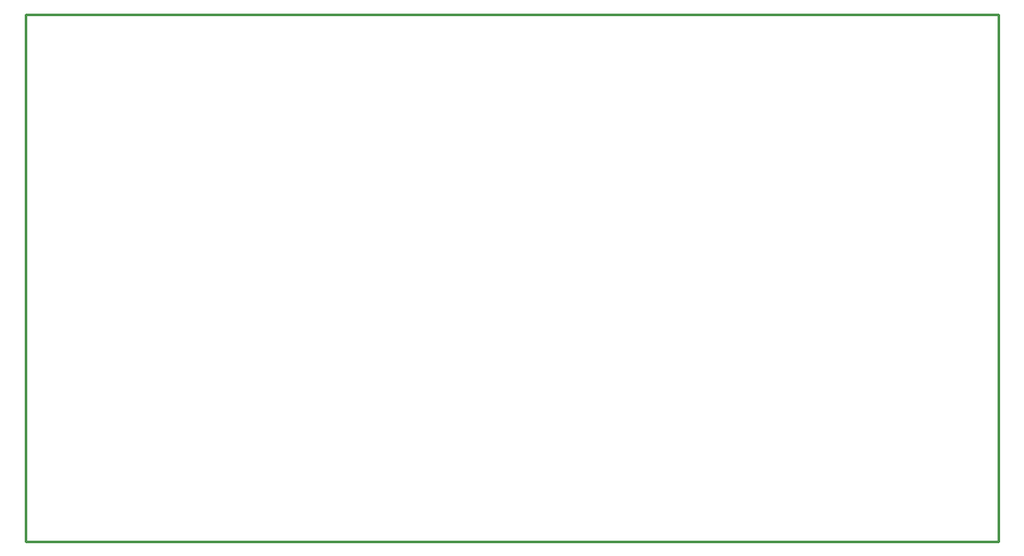
<source format=gm1>
G04*
G04 #@! TF.GenerationSoftware,Altium Limited,Altium Designer,19.0.4 (130)*
G04*
G04 Layer_Color=16711935*
%FSLAX24Y24*%
%MOIN*%
G70*
G01*
G75*
%ADD26C,0.0100*%
D26*
X22853Y13753D02*
Y34380D01*
X22850Y13750D02*
X22853Y13753D01*
X22850Y13750D02*
X60880D01*
Y34370D01*
X60890Y34380D01*
X22853D02*
X60890D01*
M02*

</source>
